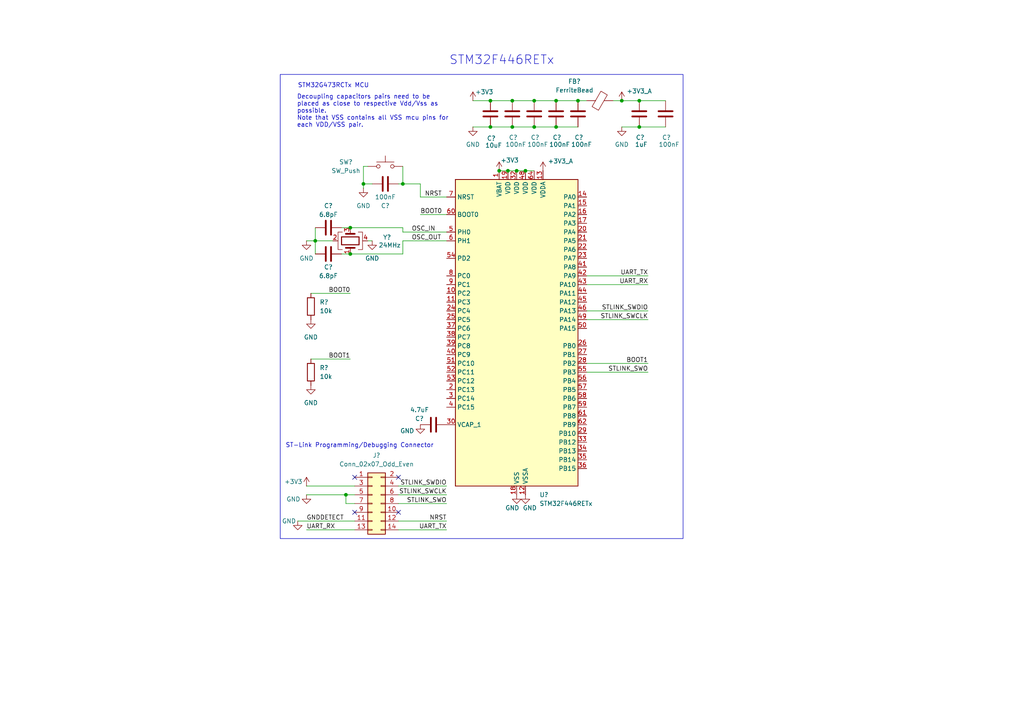
<source format=kicad_sch>
(kicad_sch (version 20250114) (generator "eeschema") (generator_version "9.0")
  (paper "A4")
  (lib_symbols
    (symbol "Connector_Generic:Conn_02x07_Odd_Even" (pin_names (offset 1.016) (hide yes))
      (property "Reference" "J" (at 1.27 10.16 0))
      (property "Value" "Conn_02x07_Odd_Even" (at 1.27 -10.16 0))
      (symbol "Conn_02x07_Odd_Even_1_1"
        (rectangle (start -1.27 8.89) (end 3.81 -8.89) (stroke (width 0.254)) (fill (type background)))
        (rectangle (start -1.27 7.747) (end 0 7.493) (stroke (width 0.1524)))
        (rectangle (start -1.27 5.207) (end 0 4.953) (stroke (width 0.1524)))
        (rectangle (start -1.27 2.667) (end 0 2.413) (stroke (width 0.1524)))
        (rectangle (start -1.27 0.127) (end 0 -0.127) (stroke (width 0.1524)))
        (rectangle (start -1.27 -2.413) (end 0 -2.667) (stroke (width 0.1524)))
        (rectangle (start -1.27 -4.953) (end 0 -5.207) (stroke (width 0.1524)))
        (rectangle (start -1.27 -7.493) (end 0 -7.747) (stroke (width 0.1524)))
        (rectangle (start 3.81 7.747) (end 2.54 7.493) (stroke (width 0.1524)))
        (rectangle (start 3.81 5.207) (end 2.54 4.953) (stroke (width 0.1524)))
        (rectangle (start 3.81 2.667) (end 2.54 2.413) (stroke (width 0.1524)))
        (rectangle (start 3.81 0.127) (end 2.54 -0.127) (stroke (width 0.1524)))
        (rectangle (start 3.81 -2.413) (end 2.54 -2.667) (stroke (width 0.1524)))
        (rectangle (start 3.81 -4.953) (end 2.54 -5.207) (stroke (width 0.1524)))
        (rectangle (start 3.81 -7.493) (end 2.54 -7.747) (stroke (width 0.1524)))
        (pin passive line (at -5.08 7.62 0) (length 3.81) (name "Pin_1") (number "1"))
        (pin passive line (at -5.08 5.08 0) (length 3.81) (name "Pin_3") (number "3"))
        (pin passive line (at -5.08 2.54 0) (length 3.81) (name "Pin_5") (number "5"))
        (pin passive line (at -5.08 0 0) (length 3.81) (name "Pin_7") (number "7"))
        (pin passive line (at -5.08 -2.54 0) (length 3.81) (name "Pin_9") (number "9"))
        (pin passive line (at -5.08 -5.08 0) (length 3.81) (name "Pin_11") (number "11"))
        (pin passive line (at -5.08 -7.62 0) (length 3.81) (name "Pin_13") (number "13"))
        (pin passive line (at 7.62 7.62 180) (length 3.81) (name "Pin_2") (number "2"))
        (pin passive line (at 7.62 5.08 180) (length 3.81) (name "Pin_4") (number "4"))
        (pin passive line (at 7.62 2.54 180) (length 3.81) (name "Pin_6") (number "6"))
        (pin passive line (at 7.62 0 180) (length 3.81) (name "Pin_8") (number "8"))
        (pin passive line (at 7.62 -2.54 180) (length 3.81) (name "Pin_10") (number "10"))
        (pin passive line (at 7.62 -5.08 180) (length 3.81) (name "Pin_12") (number "12"))
        (pin passive line (at 7.62 -7.62 180) (length 3.81) (name "Pin_14") (number "14"))
      )
    )
    (symbol "Device:C" (pin_numbers (hide yes)) (pin_names (offset 0.254))
      (property "Reference" "C" (at 0.635 2.54 0))
      (property "Value" "C" (at 0.635 -2.54 0))
      (symbol "C_0_1"
        (polyline (pts (xy -2.032 0.762) (xy 2.032 0.762)) (stroke (width 0.508)))
        (polyline (pts (xy -2.032 -0.762) (xy 2.032 -0.762)) (stroke (width 0.508)))
      )
      (symbol "C_1_1"
        (pin passive line (at 0 3.81 270) (length 2.794) (name "~") (number "1"))
        (pin passive line (at 0 -3.81 90) (length 2.794) (name "~") (number "2"))
      )
    )
    (symbol "Device:Crystal_GND24" (pin_names (offset 1.016) (hide yes))
      (property "Reference" "Y" (at 3.175 5.08 0))
      (property "Value" "Crystal_GND24" (at 3.175 3.175 0))
      (symbol "Crystal_GND24_0_1"
        (polyline (pts (xy -2.54 2.286) (xy -2.54 3.556) (xy 2.54 3.556) (xy 2.54 2.286)))
        (polyline (pts (xy -2.54 0) (xy -2.032 0)))
        (polyline (pts (xy -2.54 -2.286) (xy -2.54 -3.556) (xy 2.54 -3.556) (xy 2.54 -2.286)))
        (polyline (pts (xy -2.032 -1.27) (xy -2.032 1.27)) (stroke (width 0.508)))
        (rectangle (start -1.143 2.54) (end 1.143 -2.54) (stroke (width 0.3048)))
        (polyline (pts (xy 0 3.556) (xy 0 3.81)))
        (polyline (pts (xy 0 -3.81) (xy 0 -3.556)))
        (polyline (pts (xy 2.032 0) (xy 2.54 0)))
        (polyline (pts (xy 2.032 -1.27) (xy 2.032 1.27)) (stroke (width 0.508)))
      )
      (symbol "Crystal_GND24_1_1"
        (pin passive line (at -3.81 0 0) (length 1.27) (name "1") (number "1"))
        (pin passive line (at 0 5.08 270) (length 1.27) (name "2") (number "2"))
        (pin passive line (at 0 -5.08 90) (length 1.27) (name "4") (number "4"))
        (pin passive line (at 3.81 0 180) (length 1.27) (name "3") (number "3"))
      )
    )
    (symbol "Device:FerriteBead" (pin_numbers (hide yes)) (pin_names (offset 0))
      (property "Reference" "FB" (at -3.81 0.635 90))
      (property "Value" "FerriteBead" (at 3.81 0 90))
      (symbol "FerriteBead_0_1"
        (polyline (pts (xy -2.7686 0.4064) (xy -1.7018 2.2606) (xy 2.7686 -0.3048) (xy 1.6764 -2.159) (xy -2.7686 0.4064)))
        (polyline (pts (xy 0 1.27) (xy 0 1.2954)))
        (polyline (pts (xy 0 -1.27) (xy 0 -1.2192)))
      )
      (symbol "FerriteBead_1_1"
        (pin passive line (at 0 3.81 270) (length 2.54) (name "~") (number "1"))
        (pin passive line (at 0 -3.81 90) (length 2.54) (name "~") (number "2"))
      )
    )
    (symbol "Device:R" (pin_numbers (hide yes)) (pin_names (offset 0))
      (property "Reference" "R" (at 2.032 0 90))
      (property "Value" "R" (at 0 0 90))
      (symbol "R_0_1"
        (rectangle (start -1.016 -2.54) (end 1.016 2.54) (stroke (width 0.254)))
      )
      (symbol "R_1_1"
        (pin passive line (at 0 3.81 270) (length 1.27) (name "~") (number "1"))
        (pin passive line (at 0 -3.81 90) (length 1.27) (name "~") (number "2"))
      )
    )
    (symbol "MCU_ST_STM32F4:STM32F446RETx"
      (property "Reference" "U" (at -17.78 46.99 0))
      (property "Value" "STM32F446RETx" (at 10.16 46.99 0))
      (symbol "STM32F446RETx_0_1"
        (rectangle (start -17.78 -43.18) (end 17.78 45.72) (stroke (width 0.254)) (fill (type background)))
      )
      (symbol "STM32F446RETx_1_1"
        (pin input line (at -20.32 40.64 0) (length 2.54) (name "NRST") (number "7"))
        (pin input line (at -20.32 35.56 0) (length 2.54) (name "BOOT0") (number "60"))
        (pin bidirectional line (at -20.32 30.48 0) (length 2.54) (name "PH0") (number "5"))
        (pin bidirectional line (at -20.32 27.94 0) (length 2.54) (name "PH1") (number "6"))
        (pin bidirectional line (at -20.32 22.86 0) (length 2.54) (name "PD2") (number "54"))
        (pin bidirectional line (at -20.32 17.78 0) (length 2.54) (name "PC0") (number "8"))
        (pin bidirectional line (at -20.32 15.24 0) (length 2.54) (name "PC1") (number "9"))
        (pin bidirectional line (at -20.32 12.7 0) (length 2.54) (name "PC2") (number "10"))
        (pin bidirectional line (at -20.32 10.16 0) (length 2.54) (name "PC3") (number "11"))
        (pin bidirectional line (at -20.32 7.62 0) (length 2.54) (name "PC4") (number "24"))
        (pin bidirectional line (at -20.32 5.08 0) (length 2.54) (name "PC5") (number "25"))
        (pin bidirectional line (at -20.32 2.54 0) (length 2.54) (name "PC6") (number "37"))
        (pin bidirectional line (at -20.32 0 0) (length 2.54) (name "PC7") (number "38"))
        (pin bidirectional line (at -20.32 -2.54 0) (length 2.54) (name "PC8") (number "39"))
        (pin bidirectional line (at -20.32 -5.08 0) (length 2.54) (name "PC9") (number "40"))
        (pin bidirectional line (at -20.32 -7.62 0) (length 2.54) (name "PC10") (number "51"))
        (pin bidirectional line (at -20.32 -10.16 0) (length 2.54) (name "PC11") (number "52"))
        (pin bidirectional line (at -20.32 -12.7 0) (length 2.54) (name "PC12") (number "53"))
        (pin bidirectional line (at -20.32 -15.24 0) (length 2.54) (name "PC13") (number "2"))
        (pin bidirectional line (at -20.32 -17.78 0) (length 2.54) (name "PC14") (number "3"))
        (pin bidirectional line (at -20.32 -20.32 0) (length 2.54) (name "PC15") (number "4"))
        (pin power_out line (at -20.32 -25.4 0) (length 2.54) (name "VCAP_1") (number "30"))
        (pin power_in line (at -5.08 48.26 270) (length 2.54) (name "VBAT") (number "1"))
        (pin power_in line (at -2.54 48.26 270) (length 2.54) (name "VDD") (number "19"))
        (pin power_in line (at 0 48.26 270) (length 2.54) (name "VDD") (number "32"))
        (pin power_in line (at 0 -45.72 90) (length 2.54) (name "VSS") (number "18"))
        (pin passive line (at 0 -45.72 90) (length 2.54) (hide yes) (name "VSS") (number "31"))
        (pin passive line (at 0 -45.72 90) (length 2.54) (hide yes) (name "VSS") (number "47"))
        (pin passive line (at 0 -45.72 90) (length 2.54) (hide yes) (name "VSS") (number "63"))
        (pin power_in line (at 2.54 48.26 270) (length 2.54) (name "VDD") (number "48"))
        (pin power_in line (at 2.54 -45.72 90) (length 2.54) (name "VSSA") (number "12"))
        (pin power_in line (at 5.08 48.26 270) (length 2.54) (name "VDD") (number "64"))
        (pin power_in line (at 7.62 48.26 270) (length 2.54) (name "VDDA") (number "13"))
        (pin bidirectional line (at 20.32 40.64 180) (length 2.54) (name "PA0") (number "14"))
        (pin bidirectional line (at 20.32 38.1 180) (length 2.54) (name "PA1") (number "15"))
        (pin bidirectional line (at 20.32 35.56 180) (length 2.54) (name "PA2") (number "16"))
        (pin bidirectional line (at 20.32 33.02 180) (length 2.54) (name "PA3") (number "17"))
        (pin bidirectional line (at 20.32 30.48 180) (length 2.54) (name "PA4") (number "20"))
        (pin bidirectional line (at 20.32 27.94 180) (length 2.54) (name "PA5") (number "21"))
        (pin bidirectional line (at 20.32 25.4 180) (length 2.54) (name "PA6") (number "22"))
        (pin bidirectional line (at 20.32 22.86 180) (length 2.54) (name "PA7") (number "23"))
        (pin bidirectional line (at 20.32 20.32 180) (length 2.54) (name "PA8") (number "41"))
        (pin bidirectional line (at 20.32 17.78 180) (length 2.54) (name "PA9") (number "42"))
        (pin bidirectional line (at 20.32 15.24 180) (length 2.54) (name "PA10") (number "43"))
        (pin bidirectional line (at 20.32 12.7 180) (length 2.54) (name "PA11") (number "44"))
        (pin bidirectional line (at 20.32 10.16 180) (length 2.54) (name "PA12") (number "45"))
        (pin bidirectional line (at 20.32 7.62 180) (length 2.54) (name "PA13") (number "46"))
        (pin bidirectional line (at 20.32 5.08 180) (length 2.54) (name "PA14") (number "49"))
        (pin bidirectional line (at 20.32 2.54 180) (length 2.54) (name "PA15") (number "50"))
        (pin bidirectional line (at 20.32 -2.54 180) (length 2.54) (name "PB0") (number "26"))
        (pin bidirectional line (at 20.32 -5.08 180) (length 2.54) (name "PB1") (number "27"))
        (pin bidirectional line (at 20.32 -7.62 180) (length 2.54) (name "PB2") (number "28"))
        (pin bidirectional line (at 20.32 -10.16 180) (length 2.54) (name "PB3") (number "55"))
        (pin bidirectional line (at 20.32 -12.7 180) (length 2.54) (name "PB4") (number "56"))
        (pin bidirectional line (at 20.32 -15.24 180) (length 2.54) (name "PB5") (number "57"))
        (pin bidirectional line (at 20.32 -17.78 180) (length 2.54) (name "PB6") (number "58"))
        (pin bidirectional line (at 20.32 -20.32 180) (length 2.54) (name "PB7") (number "59"))
        (pin bidirectional line (at 20.32 -22.86 180) (length 2.54) (name "PB8") (number "61"))
        (pin bidirectional line (at 20.32 -25.4 180) (length 2.54) (name "PB9") (number "62"))
        (pin bidirectional line (at 20.32 -27.94 180) (length 2.54) (name "PB10") (number "29"))
        (pin bidirectional line (at 20.32 -30.48 180) (length 2.54) (name "PB12") (number "33"))
        (pin bidirectional line (at 20.32 -33.02 180) (length 2.54) (name "PB13") (number "34"))
        (pin bidirectional line (at 20.32 -35.56 180) (length 2.54) (name "PB14") (number "35"))
        (pin bidirectional line (at 20.32 -38.1 180) (length 2.54) (name "PB15") (number "36"))
      )
    )
    (symbol "Switch:SW_Push" (pin_numbers (hide yes)) (pin_names (offset 1.016) (hide yes))
      (property "Reference" "SW" (at 1.27 2.54 0))
      (property "Value" "SW_Push" (at 0 -1.524 0))
      (symbol "SW_Push_0_1"
        (circle (center -2.032 0) (radius 0.508))
        (polyline (pts (xy 0 1.27) (xy 0 3.048)))
        (circle (center 2.032 0) (radius 0.508))
        (polyline (pts (xy 2.54 1.27) (xy -2.54 1.27)))
        (pin passive line (at -5.08 0 0) (length 2.54) (name "1") (number "1"))
        (pin passive line (at 5.08 0 180) (length 2.54) (name "2") (number "2"))
      )
    )
    (symbol "power:+3V3" (power) (pin_numbers (hide yes)) (pin_names (offset 0) (hide yes))
      (property "Value" "+3V3" (at 0 3.556 0))
      (symbol "+3V3_0_1"
        (polyline (pts (xy -0.762 1.27) (xy 0 2.54)))
        (polyline (pts (xy 0 2.54) (xy 0.762 1.27)))
        (polyline (pts (xy 0 0) (xy 0 2.54)))
      )
      (symbol "+3V3_1_1"
        (pin power_in line (at 0 0 90) (length 0) (name "~") (number "1"))
      )
    )
    (symbol "power:GND" (power) (pin_numbers (hide yes)) (pin_names (offset 0) (hide yes))
      (property "Value" "GND" (at 0 -3.81 0))
      (symbol "GND_0_1"
        (polyline (pts (xy 0 0) (xy 0 -1.27) (xy 1.27 -1.27) (xy 0 -2.54) (xy -1.27 -1.27) (xy 0 -1.27)))
      )
      (symbol "GND_1_1"
        (pin power_in line (at 0 0 270) (length 0) (name "~") (number "1"))
      )
    )
  )
  (rectangle (start 81.28 21.59) (end 198.12 156.21))
  (text "STM32G473RCTx MCU" (at 86.36 24.13 0) (effects (font (size 1.27 1.27)) (justify left top)))
  (text "Decoupling capacitors pairs need to be\nplaced as close to respective Vdd/Vss as\npossible. \nNote that VSS contains all VSS mcu pins for\neach VDD/VSS pair." (at 86.106 32.258 0) (effects (font (size 1.27 1.27)) (justify left)))
  (text "STM32F446RETx" (at 145.542 17.526 0) (effects (font (size 2.54 2.54))))
  (text "ST-Link Programming/Debugging Connector\n" (at 82.804 128.524 0) (effects (font (size 1.27 1.27)) (justify left top)))
  (junction (at 180.34 29.21))
  (junction (at 161.29 29.21))
  (junction (at 148.59 29.21))
  (junction (at 152.4 49.53))
  (junction (at 148.59 36.83))
  (junction (at 142.24 36.83))
  (junction (at 149.86 49.53))
  (junction (at 101.6 66.04))
  (junction (at 101.6 73.66))
  (junction (at 154.94 36.83))
  (junction (at 144.78 49.53))
  (junction (at 161.29 36.83))
  (junction (at 154.94 29.21))
  (junction (at 142.24 29.21))
  (junction (at 91.44 69.85))
  (junction (at 116.84 53.34))
  (junction (at 185.42 29.21))
  (junction (at 105.41 53.34))
  (junction (at 185.42 36.83))
  (junction (at 100.33 143.51))
  (junction (at 167.64 29.21))
  (junction (at 147.32 49.53))
  (no_connect (at 115.57 138.43))
  (no_connect (at 115.57 148.59))
  (no_connect (at 102.87 138.43))
  (no_connect (at 102.87 148.59))
  (wire (pts (xy 137.16 29.21) (xy 142.24 29.21)))
  (wire (pts (xy 170.18 29.21) (xy 167.64 29.21)))
  (wire (pts (xy 90.17 85.09) (xy 101.6 85.09)))
  (wire (pts (xy 116.84 48.26) (xy 116.84 53.34)))
  (wire (pts (xy 147.32 49.53) (xy 149.86 49.53)))
  (wire (pts (xy 99.06 73.66) (xy 101.6 73.66)))
  (wire (pts (xy 129.54 143.51) (xy 115.57 143.51)))
  (wire (pts (xy 116.84 69.85) (xy 129.54 69.85)))
  (wire (pts (xy 142.24 36.83) (xy 148.59 36.83)))
  (wire (pts (xy 115.57 53.34) (xy 116.84 53.34)))
  (wire (pts (xy 177.8 29.21) (xy 180.34 29.21)))
  (wire (pts (xy 185.42 29.21) (xy 193.04 29.21)))
  (wire (pts (xy 170.18 90.17) (xy 187.96 90.17)))
  (wire (pts (xy 115.57 140.97) (xy 129.54 140.97)))
  (wire (pts (xy 101.6 66.04) (xy 116.84 66.04)))
  (wire (pts (xy 144.78 49.53) (xy 147.32 49.53)))
  (wire (pts (xy 170.18 80.01) (xy 187.96 80.01)))
  (wire (pts (xy 106.68 69.85) (xy 107.95 69.85)))
  (wire (pts (xy 121.92 62.23) (xy 129.54 62.23)))
  (wire (pts (xy 170.18 105.41) (xy 187.96 105.41)))
  (wire (pts (xy 91.44 69.85) (xy 96.52 69.85)))
  (wire (pts (xy 137.16 36.83) (xy 142.24 36.83)))
  (wire (pts (xy 121.92 57.15) (xy 121.92 53.34)))
  (wire (pts (xy 142.24 29.21) (xy 148.59 29.21)))
  (wire (pts (xy 105.41 54.61) (xy 105.41 53.34)))
  (wire (pts (xy 105.41 48.26) (xy 105.41 53.34)))
  (wire (pts (xy 154.94 36.83) (xy 161.29 36.83)))
  (wire (pts (xy 170.18 107.95) (xy 187.96 107.95)))
  (wire (pts (xy 102.87 153.67) (xy 88.9 153.67)))
  (wire (pts (xy 105.41 53.34) (xy 107.95 53.34)))
  (wire (pts (xy 161.29 36.83) (xy 167.64 36.83)))
  (wire (pts (xy 115.57 146.05) (xy 129.54 146.05)))
  (wire (pts (xy 121.92 57.15) (xy 129.54 57.15)))
  (wire (pts (xy 116.84 66.04) (xy 116.84 67.31)))
  (wire (pts (xy 99.06 66.04) (xy 101.6 66.04)))
  (wire (pts (xy 170.18 92.71) (xy 187.96 92.71)))
  (wire (pts (xy 180.34 29.21) (xy 185.42 29.21)))
  (wire (pts (xy 148.59 36.83) (xy 154.94 36.83)))
  (wire (pts (xy 115.57 153.67) (xy 129.54 153.67)))
  (wire (pts (xy 185.42 36.83) (xy 193.04 36.83)))
  (wire (pts (xy 100.33 143.51) (xy 102.87 143.51)))
  (wire (pts (xy 101.6 73.66) (xy 116.84 73.66)))
  (wire (pts (xy 154.94 29.21) (xy 161.29 29.21)))
  (wire (pts (xy 86.36 151.13) (xy 102.87 151.13)))
  (wire (pts (xy 115.57 151.13) (xy 129.54 151.13)))
  (wire (pts (xy 88.9 69.85) (xy 91.44 69.85)))
  (wire (pts (xy 148.59 29.21) (xy 154.94 29.21)))
  (wire (pts (xy 105.41 48.26) (xy 106.68 48.26)))
  (wire (pts (xy 91.44 66.04) (xy 91.44 69.85)))
  (wire (pts (xy 88.9 140.97) (xy 102.87 140.97)))
  (wire (pts (xy 91.44 69.85) (xy 91.44 73.66)))
  (wire (pts (xy 100.33 146.05) (xy 100.33 143.51)))
  (wire (pts (xy 116.84 67.31) (xy 129.54 67.31)))
  (wire (pts (xy 116.84 73.66) (xy 116.84 69.85)))
  (wire (pts (xy 88.9 143.51) (xy 100.33 143.51)))
  (wire (pts (xy 121.92 53.34) (xy 116.84 53.34)))
  (wire (pts (xy 102.87 146.05) (xy 100.33 146.05)))
  (wire (pts (xy 152.4 49.53) (xy 154.94 49.53)))
  (wire (pts (xy 170.18 82.55) (xy 187.96 82.55)))
  (wire (pts (xy 180.34 36.83) (xy 185.42 36.83)))
  (wire (pts (xy 90.17 104.14) (xy 101.6 104.14)))
  (wire (pts (xy 161.29 29.21) (xy 167.64 29.21)))
  (wire (pts (xy 149.86 49.53) (xy 152.4 49.53)))
  (label "OSC_IN" (at 119.38 67.31 0))
  (label "BOOT1" (at 101.6 104.14 180))
  (label "NRST" (at 129.54 151.13 180))
  (label "BOOT0" (at 121.92 62.23 0))
  (label "UART_TX" (at 187.96 80.01 180))
  (label "BOOT0" (at 101.6 85.09 180))
  (label "STLINK_SWDIO" (at 129.54 140.97 180))
  (label "UART_RX" (at 88.9 153.67 0))
  (label "NRST" (at 123.19 57.15 0))
  (label "BOOT1" (at 187.96 105.41 180))
  (label "OSC_OUT" (at 119.38 69.85 0))
  (label "GNDDETECT" (at 88.9 151.13 0))
  (label "STLINK_SWO" (at 129.54 146.05 180))
  (label "UART_RX" (at 187.96 82.55 180))
  (label "STLINK_SWDIO" (at 187.96 90.17 180))
  (label "STLINK_SWO" (at 187.96 107.95 180))
  (label "STLINK_SWCLK" (at 129.54 143.51 180))
  (label "UART_TX" (at 129.54 153.67 180))
  (label "STLINK_SWCLK" (at 187.96 92.71 180))
  (symbol (lib_id "power:GND") (at 105.41 54.61 0) (unit 1)
    (property "Reference" "#PWR?" (effects (hide yes)))
    (property "Value" "GND" (at 105.41 59.69 0))
    (property "Description" "Power symbol creates a global label with name \"GND\" , ground" (effects (hide yes)))
  )
  (symbol (lib_id "Device:C") (at 142.24 33.02 0) (mirror x) (unit 1)
    (property "Reference" "C?" (at 141.224 40.132 0) (effects (justify left)))
    (property "Value" "10uF" (at 140.716 42.164 0) (effects (justify left)))
    (property "Footprint" "Capacitor_SMD:C_0805_2012Metric_Pad1.18x1.45mm_HandSolder" (effects (hide yes)))
    (property "Datasheet" "https://mm.digikey.com/Volume0/opasdata/d220001/medias/docus/658/CL21A106KOQNNNG_Spec.pdf" (effects (hide yes)))
    (property "Description" "Unpolarized capacitor" (effects (hide yes)))
    (property "Digi PN" "1276-6455-1-ND" (effects (hide yes)))
    (property "MFG" "Samsung Electro-Mechanics" (effects (hide yes)))
    (property "MFG PN" "CL21A106KOQNNNG" (effects (hide yes)))
  )
  (symbol (lib_id "power:GND") (at 137.16 36.83 0) (unit 1)
    (property "Reference" "#PWR?" (effects (hide yes)))
    (property "Value" "GND" (at 137.16 41.91 0))
    (property "Description" "Power symbol creates a global label with name \"GND\" , ground" (effects (hide yes)))
  )
  (symbol (lib_id "Device:Crystal_GND24") (at 101.6 69.85 90) (unit 1)
    (property "Reference" "Y?" (at 112.268 68.834 90))
    (property "Value" "24MHz" (at 113.03 71.12 90))
    (property "Footprint" "Crystal:Crystal_SMD_2016-4Pin_2.0x1.6mm" (effects (hide yes)))
    (property "Datasheet" "https://ecsxtal.com/store/pdf/ECX-1637B.pdf" (effects (hide yes)))
    (property "Description" "Four pin crystal, GND on pins 2 and 4" (effects (hide yes)))
    (property "Digi PN" "XC3063CT-ND" (effects (hide yes)))
    (property "MFG" "ECS" (effects (hide yes)))
    (property "MFG PN" "ECS-240-8-37B-CKY-TR" (effects (hide yes)))
  )
  (symbol (lib_id "Device:C") (at 167.64 33.02 0) (unit 1)
    (property "Reference" "C?" (at 166.624 39.878 0) (effects (justify left)))
    (property "Value" "100nF" (at 165.608 41.91 0) (effects (justify left)))
    (property "Footprint" "Capacitor_SMD:C_0805_2012Metric_Pad1.18x1.45mm_HandSolder" (effects (hide yes)))
    (property "Datasheet" "https://www.yageo.com/upload/media/product/productsearch/datasheet/mlcc/UPY-GPHC_X7R_6.3V-to-250V_24.pdf" (effects (hide yes)))
    (property "Description" "Unpolarized capacitor" (effects (hide yes)))
    (property "Digi PN" "311-1140-1-ND" (effects (hide yes)))
    (property "MFG" "Yageo" (effects (hide yes)))
    (property "MFG PN" "CC0805KRX7R9BB104" (effects (hide yes)))
  )
  (symbol (lib_id "power:+3V3") (at 88.9 140.97 0) (unit 1)
    (property "Reference" "#PWR?" (effects (hide yes)))
    (property "Value" "+3V3" (at 85.09 139.7 0))
    (property "Description" "Power symbol creates a global label with name \"+3V3\"" (effects (hide yes)))
  )
  (symbol (lib_id "MCU_ST_STM32F4:STM32F446RETx") (at 149.86 97.79 0) (unit 1)
    (property "Reference" "U?" (at 156.464 143.51 0) (effects (justify left)))
    (property "Value" "STM32F446RETx" (at 156.464 146.05 0) (effects (justify left)))
    (property "Footprint" "Package_QFP:LQFP-64_10x10mm_P0.5mm" (effects (hide yes)))
    (property "Datasheet" "https://www.st.com/resource/en/datasheet/stm32f446re.pdf" (effects (hide yes)))
    (property "Description" "STMicroelectronics Arm Cortex-M4 MCU, 512KB flash, 128KB RAM, 180 MHz, 1.8-3.6V, 50 GPIO, LQFP64" (effects (hide yes)))
    (property "Digi PN" "497-15376-ND" (effects (hide yes)))
    (property "MFG" "STM" (effects (hide yes)))
    (property "MFG PN" "STM32F446RET6" (effects (hide yes)))
  )
  (symbol (lib_id "power:GND") (at 121.92 123.19 0) (unit 1)
    (property "Reference" "#PWR?" (effects (hide yes)))
    (property "Value" "GND" (at 118.11 124.968 0))
    (property "Description" "Power symbol creates a global label with name \"GND\" , ground" (effects (hide yes)))
  )
  (symbol (lib_id "power:GND") (at 88.9 143.51 0) (unit 1)
    (property "Reference" "#PWR?" (effects (hide yes)))
    (property "Value" "GND" (at 85.09 144.78 0))
    (property "Description" "Power symbol creates a global label with name \"GND\" , ground" (effects (hide yes)))
  )
  (symbol (lib_id "power:+3V3") (at 180.34 29.21 0) (unit 1)
    (property "Reference" "#PWR?" (effects (hide yes)))
    (property "Value" "+3V3_A" (at 185.42 26.416 0))
    (property "Description" "Power symbol creates a global label with name \"+3V3_A\"" (effects (hide yes)))
  )
  (symbol (lib_id "Device:C") (at 125.73 123.19 90) (mirror x) (unit 1)
    (property "Reference" "C?" (at 121.666 121.412 90))
    (property "Value" "4.7uF" (at 121.666 118.872 90))
    (property "Footprint" "Capacitor_SMD:C_0805_2012Metric_Pad1.18x1.45mm_HandSolder" (effects (hide yes)))
    (property "Datasheet" "https://mm.digikey.com/Volume0/opasdata/d220001/medias/docus/5727/CL21A475KBQNNNE.pdf" (effects (hide yes)))
    (property "Description" "Unpolarized capacitor" (effects (hide yes)))
    (property "Digi PN" "1276-1248-1-ND" (effects (hide yes)))
    (property "MFG" "Samsung Electro-Mechanics" (effects (hide yes)))
    (property "MFG PN" "CL21A475KBQNNNE" (effects (hide yes)))
  )
  (symbol (lib_id "power:+3V3") (at 137.16 29.21 0) (unit 1)
    (property "Reference" "#PWR?" (effects (hide yes)))
    (property "Value" "+3V3" (at 140.462 26.67 0))
    (property "Description" "Power symbol creates a global label with name \"+3V3\"" (effects (hide yes)))
  )
  (symbol (lib_id "Connector_Generic:Conn_02x07_Odd_Even") (at 107.95 146.05 0) (unit 1)
    (property "Reference" "J?" (at 109.22 132.08 0))
    (property "Value" "Conn_02x07_Odd_Even" (at 109.22 134.62 0))
    (property "Footprint" "Connector_PinHeader_1.27mm:PinHeader_2x07_P1.27mm_Vertical_SMD" (effects (hide yes)))
    (property "Datasheet" "https://mm.digikey.com/Volume0/opasdata/d220001/medias/docus/6209/ftsh-1xx-xx-xxx-dv-xxx-xxx-x-xx-mkt.pdf" (effects (hide yes)))
    (property "Description" "Generic connector, double row, 02x07, odd/even pin numbering scheme (row 1 odd numbers, row 2 even numbers), script generated (kicad-library-utils/schlib/autogen/connector/)" (effects (hide yes)))
    (property "MFG PN" "FTSH-107-01-F-DV-K-P-TR" (effects (hide yes)))
    (property "Digi PN" "SAM13170CT-ND" (effects (hide yes)))
  )
  (symbol (lib_id "Device:C") (at 161.29 33.02 0) (unit 1)
    (property "Reference" "C?" (at 160.274 39.878 0) (effects (justify left)))
    (property "Value" "100nF" (at 159.258 41.91 0) (effects (justify left)))
    (property "Footprint" "Capacitor_SMD:C_0805_2012Metric_Pad1.18x1.45mm_HandSolder" (effects (hide yes)))
    (property "Datasheet" "https://www.yageo.com/upload/media/product/productsearch/datasheet/mlcc/UPY-GPHC_X7R_6.3V-to-250V_24.pdf" (effects (hide yes)))
    (property "Description" "Unpolarized capacitor" (effects (hide yes)))
    (property "Digi PN" "311-1140-1-ND" (effects (hide yes)))
    (property "MFG" "Yageo" (effects (hide yes)))
    (property "MFG PN" "CC0805KRX7R9BB104" (effects (hide yes)))
  )
  (symbol (lib_id "Device:C") (at 154.94 33.02 0) (unit 1)
    (property "Reference" "C?" (at 153.924 39.878 0) (effects (justify left)))
    (property "Value" "100nF" (at 152.908 41.91 0) (effects (justify left)))
    (property "Footprint" "Capacitor_SMD:C_0805_2012Metric_Pad1.18x1.45mm_HandSolder" (effects (hide yes)))
    (property "Datasheet" "https://www.yageo.com/upload/media/product/productsearch/datasheet/mlcc/UPY-GPHC_X7R_6.3V-to-250V_24.pdf" (effects (hide yes)))
    (property "Description" "Unpolarized capacitor" (effects (hide yes)))
    (property "Digi PN" "311-1140-1-ND" (effects (hide yes)))
    (property "MFG" "Yageo" (effects (hide yes)))
    (property "MFG PN" "CC0805KRX7R9BB104" (effects (hide yes)))
  )
  (symbol (lib_id "Device:C") (at 185.42 33.02 0) (unit 1)
    (property "Reference" "C?" (at 184.404 39.878 0) (effects (justify left)))
    (property "Value" "1uF" (at 184.15 41.91 0) (effects (justify left)))
    (property "Footprint" "Capacitor_SMD:C_0805_2012Metric_Pad1.18x1.45mm_HandSolder" (effects (hide yes)))
    (property "Datasheet" "https://mm.digikey.com/Volume0/opasdata/d220001/medias/docus/609/CL21B105KBFNNNE_Spec.pdf" (effects (hide yes)))
    (property "Description" "Unpolarized capacitor" (effects (hide yes)))
    (property "Digi PN" "1276-1029-1-ND" (effects (hide yes)))
    (property "MFG" "Samsung Electro-Mechanics" (effects (hide yes)))
    (property "MFG PN" "CL21B105KBFNNNE" (effects (hide yes)))
  )
  (symbol (lib_id "Device:C") (at 193.04 33.02 0) (unit 1)
    (property "Reference" "C?" (at 192.024 39.878 0) (effects (justify left)))
    (property "Value" "100nF" (at 191.008 41.91 0) (effects (justify left)))
    (property "Footprint" "Capacitor_SMD:C_0805_2012Metric_Pad1.18x1.45mm_HandSolder" (effects (hide yes)))
    (property "Datasheet" "https://www.yageo.com/upload/media/product/productsearch/datasheet/mlcc/UPY-GPHC_X7R_6.3V-to-250V_24.pdf" (effects (hide yes)))
    (property "Description" "Unpolarized capacitor" (effects (hide yes)))
    (property "Digi PN" "311-1140-1-ND" (effects (hide yes)))
    (property "MFG" "Yageo" (effects (hide yes)))
    (property "MFG PN" "CC0805KRX7R9BB104" (effects (hide yes)))
  )
  (symbol (lib_id "power:GND") (at 152.4 143.51 0) (unit 1)
    (property "Reference" "#PWR?" (effects (hide yes)))
    (property "Value" "GND" (at 153.67 147.32 0))
    (property "Description" "Power symbol creates a global label with name \"GND\" , ground" (effects (hide yes)))
  )
  (symbol (lib_id "power:GND") (at 149.86 143.51 0) (unit 1)
    (property "Reference" "#PWR?" (effects (hide yes)))
    (property "Value" "GND" (at 148.59 147.32 0))
    (property "Description" "Power symbol creates a global label with name \"GND\" , ground" (effects (hide yes)))
  )
  (symbol (lib_id "Device:C") (at 95.25 73.66 270) (unit 1)
    (property "Reference" "C?" (at 95.25 77.47 90))
    (property "Value" "6.8pF" (at 95.25 80.01 90))
    (property "Footprint" "Capacitor_SMD:C_0805_2012Metric_Pad1.18x1.45mm_HandSolder" (effects (hide yes)))
    (property "Datasheet" "https://www.yageo.com/en/Chart/Download/pdf/CC0805DRNPO9BN6R8" (effects (hide yes)))
    (property "Description" "Unpolarized capacitor" (effects (hide yes)))
    (property "Digi PN" "311-4155-1-ND" (effects (hide yes)))
    (property "MFG" "Yageo" (effects (hide yes)))
    (property "MFG PN" "CC0805DRNPO9BN6R8" (effects (hide yes)))
  )
  (symbol (lib_id "Device:C") (at 111.76 53.34 90) (mirror x) (unit 1)
    (property "Reference" "C?" (at 111.76 59.69 90))
    (property "Value" "100nF" (at 111.76 57.15 90))
    (property "Footprint" "Capacitor_SMD:C_0805_2012Metric_Pad1.18x1.45mm_HandSolder" (effects (hide yes)))
    (property "Datasheet" "https://www.yageo.com/upload/media/product/productsearch/datasheet/mlcc/UPY-GPHC_X7R_6.3V-to-250V_24.pdf" (effects (hide yes)))
    (property "Description" "Unpolarized capacitor" (effects (hide yes)))
    (property "Digi PN" "311-1140-1-ND" (effects (hide yes)))
    (property "MFG" "Yageo" (effects (hide yes)))
    (property "MFG PN" "CC0805KRX7R9BB104" (effects (hide yes)))
  )
  (symbol (lib_id "Device:C") (at 95.25 66.04 270) (unit 1)
    (property "Reference" "C?" (at 95.25 59.69 90))
    (property "Value" "6.8pF" (at 95.25 62.23 90))
    (property "Footprint" "Capacitor_SMD:C_0805_2012Metric_Pad1.18x1.45mm_HandSolder" (effects (hide yes)))
    (property "Datasheet" "https://www.yageo.com/en/Chart/Download/pdf/CC0805DRNPO9BN6R8" (effects (hide yes)))
    (property "Description" "Unpolarized capacitor" (effects (hide yes)))
    (property "Digi PN" "311-4155-1-ND" (effects (hide yes)))
    (property "MFG" "Yageo" (effects (hide yes)))
    (property "MFG PN" "CC0805DRNPO9BN6R8" (effects (hide yes)))
  )
  (symbol (lib_id "power:GND") (at 180.34 36.83 0) (unit 1)
    (property "Reference" "#PWR?" (effects (hide yes)))
    (property "Value" "GND" (at 180.34 41.91 0))
    (property "Description" "Power symbol creates a global label with name \"GND\" , ground" (effects (hide yes)))
  )
  (symbol (lib_id "power:GND") (at 88.9 69.85 0) (unit 1)
    (property "Reference" "#PWR?" (effects (hide yes)))
    (property "Value" "GND" (at 88.9 74.93 0))
    (property "Description" "Power symbol creates a global label with name \"GND\" , ground" (effects (hide yes)))
  )
  (symbol (lib_id "Device:FerriteBead") (at 173.99 29.21 90) (unit 1)
    (property "Reference" "FB?" (at 166.624 23.622 90))
    (property "Value" "FerriteBead" (at 166.624 26.162 90))
    (property "Footprint" "Inductor_SMD:L_0603_1608Metric_Pad1.05x0.95mm_HandSolder" (effects (hide yes)))
    (property "Datasheet" "https://mm.digikey.com/Volume0/opasdata/d220001/medias/docus/6383/FCM%20Series.pdf" (effects (hide yes)))
    (property "Description" "Ferrite bead" (effects (hide yes)))
    (property "Digi PN" "4816-FCM1608KF-601T03CT-ND" (effects (hide yes)))
    (property "MFG" "TAI-TECH Advanced Electronics Co., Ltd." (effects (hide yes)))
    (property "MFG PN" "FCM 1608KF-601T03" (effects (hide yes)))
  )
  (symbol (lib_id "power:+3V3") (at 157.48 49.53 0) (unit 1)
    (property "Reference" "#PWR?" (effects (hide yes)))
    (property "Value" "+3V3_A" (at 162.56 46.736 0))
    (property "Description" "Power symbol creates a global label with name \"+3V3_A\"" (effects (hide yes)))
  )
  (symbol (lib_id "power:+3V3") (at 144.78 49.53 0) (unit 1)
    (property "Reference" "#PWR?" (effects (hide yes)))
    (property "Value" "+3V3" (at 147.828 46.482 0))
    (property "Description" "Power symbol creates a global label with name \"+3V3\"" (effects (hide yes)))
  )
  (symbol (lib_id "Device:C") (at 148.59 33.02 0) (unit 1)
    (property "Reference" "C?" (at 147.574 39.878 0) (effects (justify left)))
    (property "Value" "100nF" (at 146.558 41.91 0) (effects (justify left)))
    (property "Footprint" "Capacitor_SMD:C_0805_2012Metric_Pad1.18x1.45mm_HandSolder" (effects (hide yes)))
    (property "Datasheet" "https://www.yageo.com/upload/media/product/productsearch/datasheet/mlcc/UPY-GPHC_X7R_6.3V-to-250V_24.pdf" (effects (hide yes)))
    (property "Description" "Unpolarized capacitor" (effects (hide yes)))
    (property "Digi PN" "311-1140-1-ND" (effects (hide yes)))
    (property "MFG" "Yageo" (effects (hide yes)))
    (property "MFG PN" "CC0805KRX7R9BB104" (effects (hide yes)))
  )
  (symbol (lib_id "power:GND") (at 107.95 69.85 0) (unit 1)
    (property "Reference" "#PWR?" (effects (hide yes)))
    (property "Value" "GND" (at 107.95 74.93 0))
    (property "Description" "Power symbol creates a global label with name \"GND\" , ground" (effects (hide yes)))
  )
  (symbol (lib_id "Switch:SW_Push") (at 111.76 48.26 0) (unit 1)
    (property "Reference" "SW?" (at 100.33 46.99 0))
    (property "Value" "SW_Push" (at 100.33 49.53 0))
    (property "Footprint" "Button_Switch_SMD:SW_SPST_PTS647_Sx38" (effects (hide yes)))
    (property "Datasheet" "https://www.ckswitches.com/media/2567/pts647.pdf" (effects (hide yes)))
    (property "Description" "Push button switch, generic, two pins" (effects (hide yes)))
    (property "Digi PN" "PTS647SK38SMTR2LFSCT-ND" (effects (hide yes)))
    (property "MFG" "C&K" (effects (hide yes)))
    (property "MFG PN" "PTS647SK38SMTR2 LFS" (effects (hide yes)))
  )
  (symbol (lib_id "Device:R") (at 90.17 107.95 0) (unit 1)
    (property "Reference" "R?" (at 92.71 106.6799 0) (effects (justify left)))
    (property "Value" "10k" (at 92.71 109.2199 0) (effects (justify left)))
    (property "Footprint" "Resistor_SMD:R_0805_2012Metric_Pad1.20x1.40mm_HandSolder" (effects (hide yes)))
    (property "Datasheet" "https://www.yageo.com/upload/media/product/productsearch/datasheet/rchip/PYu-AC_51_RoHS_L_11.pdf" (effects (hide yes)))
    (property "Description" "Resistor" (effects (hide yes)))
    (property "Digi PN" "311-10KLGCT-ND" (effects (hide yes)))
    (property "MFG" "Yageo" (effects (hide yes)))
    (property "MFG PN" "AC0805FR-0710KL" (effects (hide yes)))
  )
  (symbol (lib_id "power:GND") (at 90.17 92.71 0) (mirror y) (unit 1)
    (property "Reference" "#PWR?" (effects (hide yes)))
    (property "Value" "GND" (at 90.17 97.79 0))
    (property "Description" "Power symbol creates a global label with name \"GND\" , ground" (effects (hide yes)))
  )
  (symbol (lib_id "power:GND") (at 90.17 111.76 0) (mirror y) (unit 1)
    (property "Reference" "#PWR?" (effects (hide yes)))
    (property "Value" "GND" (at 90.17 116.84 0))
    (property "Description" "Power symbol creates a global label with name \"GND\" , ground" (effects (hide yes)))
  )
  (symbol (lib_id "power:GND") (at 86.36 151.13 0) (unit 1)
    (property "Reference" "#PWR?" (effects (hide yes)))
    (property "Value" "GND" (at 83.82 151.13 0))
    (property "Description" "Power symbol creates a global label with name \"GND\" , ground" (effects (hide yes)))
  )
  (symbol (lib_id "Device:R") (at 90.17 88.9 0) (unit 1)
    (property "Reference" "R?" (at 92.71 87.6299 0) (effects (justify left)))
    (property "Value" "10k" (at 92.71 90.1699 0) (effects (justify left)))
    (property "Footprint" "Resistor_SMD:R_0805_2012Metric_Pad1.20x1.40mm_HandSolder" (effects (hide yes)))
    (property "Datasheet" "https://www.yageo.com/upload/media/product/productsearch/datasheet/rchip/PYu-AC_51_RoHS_L_11.pdf" (effects (hide yes)))
    (property "Description" "Resistor" (effects (hide yes)))
    (property "Digi PN" "311-10KLGCT-ND" (effects (hide yes)))
    (property "MFG" "Yageo" (effects (hide yes)))
    (property "MFG PN" "AC0805FR-0710KL" (effects (hide yes)))
  )
)
</source>
